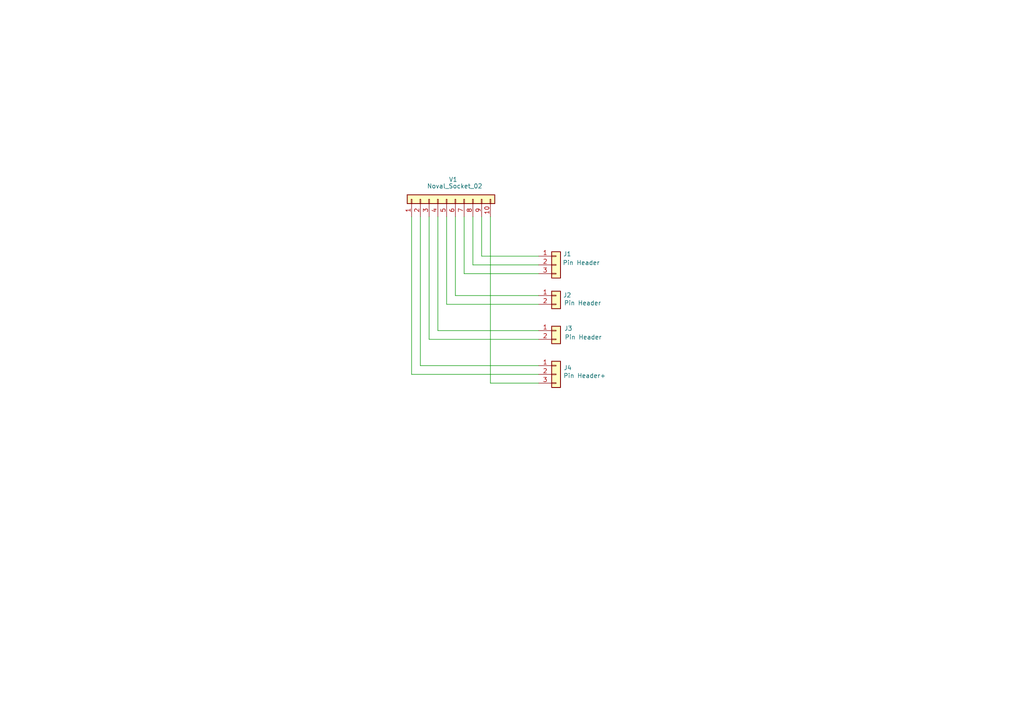
<source format=kicad_sch>
(kicad_sch (version 20230121) (generator eeschema)
  (paper "A4")
  (lib_symbols
    (symbol "Connector_Generic:Conn_01x02" (pin_names (offset 1.016) hide)
      (property "Reference" "J" (at 0 2.54 0))
      (property "Value" "Conn_01x02" (at 0 -5.08 0))
      (symbol "Conn_01x02_1_1"
        (rectangle (start -1.27 -2.413) (end 0 -2.667) (stroke (width 0.1524)))
        (rectangle (start -1.27 0.127) (end 0 -0.127) (stroke (width 0.1524)))
        (rectangle (start -1.27 1.27) (end 1.27 -3.81) (stroke (width 0.254)) (fill (type background)))
        (pin passive line (at -5.08 0 0) (length 3.81) (name "Pin_1") (number "1"))
        (pin passive line (at -5.08 -2.54 0) (length 3.81) (name "Pin_2") (number "2"))
      )
    )
    (symbol "Connector_Generic:Conn_01x03" (pin_names (offset 1.016) hide)
      (property "Reference" "J" (at 0 5.08 0))
      (property "Value" "Conn_01x03" (at 0 -5.08 0))
      (symbol "Conn_01x03_1_1"
        (rectangle (start -1.27 -2.413) (end 0 -2.667) (stroke (width 0.1524)))
        (rectangle (start -1.27 0.127) (end 0 -0.127) (stroke (width 0.1524)))
        (rectangle (start -1.27 2.667) (end 0 2.413) (stroke (width 0.1524)))
        (rectangle (start -1.27 3.81) (end 1.27 -3.81) (stroke (width 0.254)) (fill (type background)))
        (pin passive line (at -5.08 2.54 0) (length 3.81) (name "Pin_1") (number "1"))
        (pin passive line (at -5.08 0 0) (length 3.81) (name "Pin_2") (number "2"))
        (pin passive line (at -5.08 -2.54 0) (length 3.81) (name "Pin_3") (number "3"))
      )
    )
    (symbol "Connector_Generic:Conn_01x10" (pin_names (offset 1.016) hide)
      (property "Reference" "J" (at 0 12.7 0))
      (property "Value" "Conn_01x10" (at 0 -15.24 0))
      (symbol "Conn_01x10_1_1"
        (rectangle (start -1.27 -12.573) (end 0 -12.827) (stroke (width 0.1524)))
        (rectangle (start -1.27 -10.033) (end 0 -10.287) (stroke (width 0.1524)))
        (rectangle (start -1.27 -7.493) (end 0 -7.747) (stroke (width 0.1524)))
        (rectangle (start -1.27 -4.953) (end 0 -5.207) (stroke (width 0.1524)))
        (rectangle (start -1.27 -2.413) (end 0 -2.667) (stroke (width 0.1524)))
        (rectangle (start -1.27 0.127) (end 0 -0.127) (stroke (width 0.1524)))
        (rectangle (start -1.27 2.667) (end 0 2.413) (stroke (width 0.1524)))
        (rectangle (start -1.27 5.207) (end 0 4.953) (stroke (width 0.1524)))
        (rectangle (start -1.27 7.747) (end 0 7.493) (stroke (width 0.1524)))
        (rectangle (start -1.27 10.287) (end 0 10.033) (stroke (width 0.1524)))
        (rectangle (start -1.27 11.43) (end 1.27 -13.97) (stroke (width 0.254)) (fill (type background)))
        (pin passive line (at -5.08 10.16 0) (length 3.81) (name "Pin_1") (number "1"))
        (pin passive line (at -5.08 -12.7 0) (length 3.81) (name "Pin_10") (number "10"))
        (pin passive line (at -5.08 7.62 0) (length 3.81) (name "Pin_2") (number "2"))
        (pin passive line (at -5.08 5.08 0) (length 3.81) (name "Pin_3") (number "3"))
        (pin passive line (at -5.08 2.54 0) (length 3.81) (name "Pin_4") (number "4"))
        (pin passive line (at -5.08 0 0) (length 3.81) (name "Pin_5") (number "5"))
        (pin passive line (at -5.08 -2.54 0) (length 3.81) (name "Pin_6") (number "6"))
        (pin passive line (at -5.08 -5.08 0) (length 3.81) (name "Pin_7") (number "7"))
        (pin passive line (at -5.08 -7.62 0) (length 3.81) (name "Pin_8") (number "8"))
        (pin passive line (at -5.08 -10.16 0) (length 3.81) (name "Pin_9") (number "9"))
      )
    )
  )
  (wire (pts (xy 137.16 62.865) (xy 137.16 76.835)))
  (wire (pts (xy 119.38 62.865) (xy 119.38 108.585)))
  (wire (pts (xy 142.24 111.125) (xy 156.21 111.125)))
  (wire (pts (xy 142.24 62.865) (xy 142.24 111.125)))
  (wire (pts (xy 127 62.865) (xy 127 95.885)))
  (wire (pts (xy 134.62 62.865) (xy 134.62 79.375)))
  (wire (pts (xy 129.54 88.265) (xy 156.21 88.265)))
  (wire (pts (xy 132.08 62.865) (xy 132.08 85.725)))
  (wire (pts (xy 121.92 106.045) (xy 156.21 106.045)))
  (wire (pts (xy 124.46 62.865) (xy 124.46 98.425)))
  (wire (pts (xy 137.16 76.835) (xy 156.21 76.835)))
  (wire (pts (xy 134.62 79.375) (xy 156.21 79.375)))
  (wire (pts (xy 127 95.885) (xy 156.21 95.885)))
  (wire (pts (xy 129.54 62.865) (xy 129.54 88.265)))
  (wire (pts (xy 132.08 85.725) (xy 156.21 85.725)))
  (wire (pts (xy 119.38 108.585) (xy 156.21 108.585)))
  (wire (pts (xy 121.92 62.865) (xy 121.92 106.045)))
  (wire (pts (xy 139.7 62.865) (xy 139.7 74.295)))
  (wire (pts (xy 139.7 74.295) (xy 156.21 74.295)))
  (wire (pts (xy 124.46 98.425) (xy 156.21 98.425)))
  (symbol (lib_id "Connector_Generic:Conn_01x03") (at 161.29 108.585 0) (unit 1)
    (property "Reference" "J4" (at 165.862 106.68 0) (effects (justify right)))
    (property "Value" "Pin Header+" (at 175.768 108.966 0) (effects (justify right)))
    (property "Footprint" "Retronics_Connectors:PinHeader_1x03_P5.08mm_Vertical" (effects hide))
  )
  (symbol (lib_id "Connector_Generic:Conn_01x03") (at 161.29 76.835 0) (unit 1)
    (property "Reference" "J1" (at 165.735 73.66 0) (effects (justify right)))
    (property "Value" "Pin Header" (at 173.99 76.2 0) (effects (justify right)))
    (property "Footprint" "Retronics_Connectors:PinHeader_1x03_P5.08mm_Vertical" (effects hide))
  )
  (symbol (lib_id "Connector_Generic:Conn_01x02") (at 161.29 95.885 0) (unit 1)
    (property "Reference" "J3" (at 164.846 95.25 0))
    (property "Value" "Pin Header" (at 169.164 97.79 0))
    (property "Footprint" "Retronics_Connectors:PinHeader_1x02_P5.08mm_Vertical" (effects hide))
  )
  (symbol (lib_id "Connector_Generic:Conn_01x02") (at 161.29 85.725 0) (unit 1)
    (property "Reference" "J2" (at 163.322 85.598 0) (effects (justify left)))
    (property "Value" "Pin Header" (at 163.576 87.884 0) (effects (justify left)))
    (property "Footprint" "Retronics_Connectors:PinHeader_1x02_P5.08mm_Vertical" (effects hide))
  )
  (symbol (lib_id "Connector_Generic:Conn_01x10") (at 129.54 57.785 90) (unit 1)
    (property "Reference" "V1" (at 130.175 52.07 90) (effects (justify right)))
    (property "Value" "Noval_Socket_02" (at 123.825 53.975 90) (effects (justify right)))
    (property "Footprint" "Retronics_Connectors:NovalSocket_Ceramic_1" (effects hide))
  )
)
</source>
